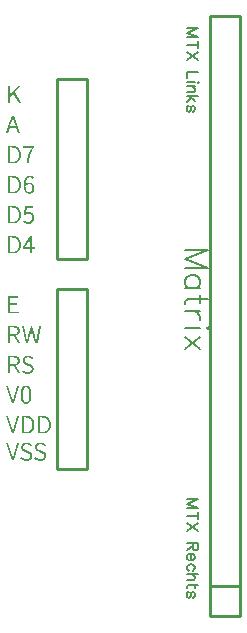
<source format=gto>
G04 Layer: TopSilkscreenLayer*
G04 EasyEDA v6.5.3, 2022-05-11 10:11:48*
G04 0613da1d9abe436da45d8866ec44bb36,be635ba5e1a24524a6f9dddda72dafc0,10*
G04 Gerber Generator version 0.2*
G04 Scale: 100 percent, Rotated: No, Reflected: No *
G04 Dimensions in millimeters *
G04 leading zeros omitted , absolute positions ,4 integer and 5 decimal *
%FSLAX45Y45*%
%MOMM*%

%ADD10C,0.2540*%
%ADD18C,0.2032*%

%LPD*%
G36*
X-84202778Y62305184D02*
G01*
X-84209229Y62304828D01*
X-84215376Y62303863D01*
X-84221116Y62302288D01*
X-84226450Y62300154D01*
X-84231327Y62297411D01*
X-84235645Y62294211D01*
X-84239506Y62290553D01*
X-84242706Y62286438D01*
X-84245297Y62281917D01*
X-84247177Y62277040D01*
X-84248345Y62271859D01*
X-84248752Y62266322D01*
X-84248040Y62258752D01*
X-84245958Y62252148D01*
X-84242808Y62246459D01*
X-84238795Y62241582D01*
X-84234121Y62237416D01*
X-84229041Y62233911D01*
X-84223758Y62230965D01*
X-84218526Y62228476D01*
X-84191754Y62216741D01*
X-84186979Y62214353D01*
X-84182661Y62211813D01*
X-84178902Y62208968D01*
X-84175803Y62205666D01*
X-84173517Y62201805D01*
X-84172044Y62197183D01*
X-84171536Y62191646D01*
X-84172094Y62186159D01*
X-84173822Y62181231D01*
X-84176565Y62176812D01*
X-84180273Y62173104D01*
X-84184998Y62170106D01*
X-84190586Y62167871D01*
X-84197037Y62166449D01*
X-84204302Y62165992D01*
X-84210144Y62166347D01*
X-84215935Y62167312D01*
X-84221523Y62168938D01*
X-84226958Y62171122D01*
X-84232140Y62173815D01*
X-84237068Y62177015D01*
X-84241690Y62180724D01*
X-84245958Y62184788D01*
X-84256118Y62173357D01*
X-84251038Y62168481D01*
X-84245551Y62164112D01*
X-84239658Y62160353D01*
X-84233359Y62157152D01*
X-84226704Y62154612D01*
X-84219694Y62152784D01*
X-84212277Y62151666D01*
X-84204556Y62151260D01*
X-84197139Y62151615D01*
X-84190179Y62152733D01*
X-84183778Y62154460D01*
X-84177936Y62156848D01*
X-84172653Y62159845D01*
X-84168030Y62163350D01*
X-84164017Y62167312D01*
X-84160664Y62171732D01*
X-84158023Y62176558D01*
X-84156092Y62181740D01*
X-84154924Y62187175D01*
X-84154518Y62192916D01*
X-84155127Y62200637D01*
X-84156905Y62207394D01*
X-84159750Y62213236D01*
X-84163509Y62218265D01*
X-84168030Y62222583D01*
X-84173263Y62226342D01*
X-84179054Y62229644D01*
X-84185252Y62232540D01*
X-84211210Y62243614D01*
X-84219745Y62248084D01*
X-84223555Y62250828D01*
X-84226857Y62254028D01*
X-84229448Y62257838D01*
X-84231124Y62262308D01*
X-84231734Y62267592D01*
X-84231175Y62272570D01*
X-84229651Y62277040D01*
X-84227111Y62280952D01*
X-84223707Y62284254D01*
X-84219542Y62286896D01*
X-84214563Y62288826D01*
X-84208975Y62290045D01*
X-84202778Y62290452D01*
X-84197596Y62290198D01*
X-84192719Y62289436D01*
X-84188096Y62288216D01*
X-84183728Y62286591D01*
X-84179613Y62284508D01*
X-84175701Y62282070D01*
X-84171993Y62279326D01*
X-84168488Y62276228D01*
X-84159598Y62286896D01*
X-84163662Y62290756D01*
X-84168132Y62294262D01*
X-84173060Y62297360D01*
X-84178343Y62300053D01*
X-84183982Y62302186D01*
X-84189976Y62303812D01*
X-84196224Y62304828D01*
G37*
G36*
X-84085684Y62305184D02*
G01*
X-84092135Y62304828D01*
X-84098231Y62303863D01*
X-84103972Y62302288D01*
X-84109255Y62300154D01*
X-84114132Y62297411D01*
X-84118450Y62294211D01*
X-84122209Y62290553D01*
X-84125409Y62286438D01*
X-84127949Y62281917D01*
X-84129829Y62277040D01*
X-84130997Y62271859D01*
X-84131404Y62266322D01*
X-84130692Y62258752D01*
X-84128660Y62252148D01*
X-84125511Y62246459D01*
X-84121548Y62241582D01*
X-84116875Y62237416D01*
X-84111795Y62233911D01*
X-84106512Y62230965D01*
X-84079588Y62219078D01*
X-84069631Y62214353D01*
X-84065313Y62211813D01*
X-84061554Y62208968D01*
X-84058455Y62205666D01*
X-84056169Y62201805D01*
X-84054696Y62197183D01*
X-84054188Y62191646D01*
X-84054746Y62186159D01*
X-84056474Y62181231D01*
X-84059217Y62176812D01*
X-84062925Y62173104D01*
X-84067650Y62170106D01*
X-84073238Y62167871D01*
X-84079689Y62166449D01*
X-84086954Y62165992D01*
X-84092897Y62166347D01*
X-84098688Y62167312D01*
X-84104378Y62168938D01*
X-84109763Y62171122D01*
X-84114944Y62173815D01*
X-84119872Y62177015D01*
X-84124393Y62180724D01*
X-84128610Y62184788D01*
X-84138770Y62173357D01*
X-84133791Y62168481D01*
X-84128305Y62164112D01*
X-84122412Y62160353D01*
X-84116113Y62157152D01*
X-84109458Y62154612D01*
X-84102397Y62152784D01*
X-84094980Y62151666D01*
X-84087208Y62151260D01*
X-84079791Y62151615D01*
X-84072831Y62152733D01*
X-84066430Y62154460D01*
X-84060588Y62156848D01*
X-84055305Y62159845D01*
X-84050682Y62163350D01*
X-84046669Y62167312D01*
X-84043316Y62171732D01*
X-84040675Y62176558D01*
X-84038744Y62181740D01*
X-84037576Y62187175D01*
X-84037170Y62192916D01*
X-84037779Y62200637D01*
X-84039608Y62207394D01*
X-84042504Y62213236D01*
X-84046263Y62218265D01*
X-84050886Y62222583D01*
X-84056118Y62226342D01*
X-84061960Y62229644D01*
X-84068158Y62232540D01*
X-84094015Y62243614D01*
X-84098333Y62245748D01*
X-84102448Y62248084D01*
X-84106258Y62250828D01*
X-84109560Y62254028D01*
X-84112100Y62257838D01*
X-84113776Y62262308D01*
X-84114386Y62267592D01*
X-84113878Y62272570D01*
X-84112354Y62277040D01*
X-84109864Y62280952D01*
X-84106512Y62284254D01*
X-84102346Y62286896D01*
X-84097469Y62288826D01*
X-84091881Y62290045D01*
X-84085684Y62290452D01*
X-84080502Y62290198D01*
X-84075574Y62289436D01*
X-84070901Y62288216D01*
X-84066481Y62286591D01*
X-84062316Y62284508D01*
X-84058404Y62282070D01*
X-84054645Y62279326D01*
X-84051140Y62276228D01*
X-84042250Y62286896D01*
X-84046314Y62290756D01*
X-84050784Y62294262D01*
X-84055712Y62297360D01*
X-84060995Y62300053D01*
X-84066684Y62302186D01*
X-84072730Y62303812D01*
X-84079080Y62304828D01*
G37*
G36*
X-84378292Y62302644D02*
G01*
X-84330540Y62153800D01*
X-84311236Y62153800D01*
X-84263738Y62302644D01*
X-84280756Y62302644D01*
X-84318297Y62177726D01*
X-84320380Y62171326D01*
X-84321142Y62171326D01*
X-84328558Y62195811D01*
X-84335620Y62220348D01*
X-84360766Y62302644D01*
G37*
G36*
X-84378292Y62531244D02*
G01*
X-84330540Y62382400D01*
X-84311236Y62382400D01*
X-84263738Y62531244D01*
X-84280756Y62531244D01*
X-84318297Y62406326D01*
X-84320380Y62399926D01*
X-84321142Y62399926D01*
X-84328558Y62424411D01*
X-84335620Y62448948D01*
X-84360766Y62531244D01*
G37*
G36*
X-84242910Y62531244D02*
G01*
X-84242910Y62517274D01*
X-84207604Y62517274D01*
X-84201050Y62517020D01*
X-84194954Y62516257D01*
X-84189265Y62514988D01*
X-84184032Y62513260D01*
X-84179206Y62511025D01*
X-84174787Y62508333D01*
X-84170824Y62505183D01*
X-84167268Y62501576D01*
X-84164170Y62497512D01*
X-84161477Y62493042D01*
X-84159191Y62488114D01*
X-84157312Y62482780D01*
X-84155889Y62476989D01*
X-84154822Y62470842D01*
X-84154213Y62464289D01*
X-84154010Y62457329D01*
X-84154213Y62450421D01*
X-84154822Y62443817D01*
X-84155889Y62437619D01*
X-84157312Y62431777D01*
X-84159191Y62426342D01*
X-84161477Y62421312D01*
X-84164170Y62416690D01*
X-84167268Y62412524D01*
X-84170824Y62408765D01*
X-84174787Y62405514D01*
X-84179206Y62402669D01*
X-84184032Y62400383D01*
X-84189265Y62398503D01*
X-84194954Y62397182D01*
X-84201050Y62396370D01*
X-84207604Y62396116D01*
X-84225892Y62396116D01*
X-84225892Y62517274D01*
X-84242910Y62517274D01*
X-84242910Y62382400D01*
X-84205572Y62382400D01*
X-84198968Y62382603D01*
X-84192719Y62383212D01*
X-84186776Y62384279D01*
X-84181137Y62385702D01*
X-84175854Y62387530D01*
X-84170875Y62389766D01*
X-84166252Y62392356D01*
X-84161934Y62395303D01*
X-84157921Y62398655D01*
X-84154314Y62402364D01*
X-84151012Y62406377D01*
X-84148015Y62410746D01*
X-84145374Y62415470D01*
X-84143088Y62420550D01*
X-84141157Y62425884D01*
X-84139582Y62431574D01*
X-84138363Y62437568D01*
X-84137449Y62443868D01*
X-84136941Y62450472D01*
X-84136738Y62457329D01*
X-84136941Y62464188D01*
X-84137449Y62470741D01*
X-84138363Y62477040D01*
X-84139582Y62482984D01*
X-84141157Y62488572D01*
X-84143138Y62493905D01*
X-84145424Y62498884D01*
X-84148066Y62503557D01*
X-84151063Y62507825D01*
X-84154365Y62511838D01*
X-84158074Y62515445D01*
X-84162087Y62518696D01*
X-84166456Y62521592D01*
X-84171129Y62524131D01*
X-84176158Y62526265D01*
X-84181543Y62528043D01*
X-84187233Y62529415D01*
X-84193278Y62530431D01*
X-84199628Y62531040D01*
X-84206334Y62531244D01*
G37*
G36*
X-84103972Y62531244D02*
G01*
X-84103972Y62517274D01*
X-84068920Y62517274D01*
X-84062366Y62517020D01*
X-84056270Y62516257D01*
X-84050581Y62514988D01*
X-84045348Y62513260D01*
X-84040522Y62511025D01*
X-84036103Y62508333D01*
X-84032140Y62505183D01*
X-84028584Y62501576D01*
X-84025486Y62497512D01*
X-84022793Y62493042D01*
X-84020507Y62488114D01*
X-84018628Y62482780D01*
X-84017205Y62476989D01*
X-84016138Y62470842D01*
X-84015529Y62464289D01*
X-84015326Y62457329D01*
X-84015529Y62450421D01*
X-84016138Y62443817D01*
X-84017205Y62437619D01*
X-84018628Y62431777D01*
X-84020507Y62426342D01*
X-84022793Y62421312D01*
X-84025486Y62416690D01*
X-84028584Y62412524D01*
X-84032140Y62408765D01*
X-84036103Y62405514D01*
X-84040522Y62402669D01*
X-84045348Y62400383D01*
X-84050581Y62398503D01*
X-84056270Y62397182D01*
X-84062366Y62396370D01*
X-84068920Y62396116D01*
X-84087208Y62396116D01*
X-84087208Y62517274D01*
X-84103972Y62517274D01*
X-84103972Y62382400D01*
X-84066888Y62382400D01*
X-84060284Y62382603D01*
X-84053984Y62383212D01*
X-84047990Y62384279D01*
X-84042351Y62385702D01*
X-84037068Y62387530D01*
X-84032090Y62389766D01*
X-84027416Y62392356D01*
X-84023149Y62395303D01*
X-84019136Y62398655D01*
X-84015529Y62402364D01*
X-84012227Y62406377D01*
X-84009280Y62410746D01*
X-84006639Y62415470D01*
X-84004353Y62420550D01*
X-84002473Y62425884D01*
X-84000848Y62431574D01*
X-83999628Y62437568D01*
X-83998765Y62443868D01*
X-83998206Y62450472D01*
X-83998054Y62457329D01*
X-83998206Y62464188D01*
X-83998765Y62470741D01*
X-83999628Y62477040D01*
X-84000898Y62482984D01*
X-84002473Y62488572D01*
X-84004404Y62493905D01*
X-84006690Y62498884D01*
X-84009280Y62503557D01*
X-84012278Y62507825D01*
X-84015580Y62511838D01*
X-84019237Y62515445D01*
X-84023250Y62518696D01*
X-84027568Y62521592D01*
X-84032242Y62524131D01*
X-84037271Y62526265D01*
X-84042605Y62528043D01*
X-84048295Y62529415D01*
X-84054340Y62530431D01*
X-84060690Y62531040D01*
X-84067396Y62531244D01*
G37*
G36*
X-84207604Y62787784D02*
G01*
X-84212785Y62787479D01*
X-84217662Y62786615D01*
X-84222285Y62785142D01*
X-84226654Y62783110D01*
X-84230718Y62780418D01*
X-84234477Y62777166D01*
X-84237931Y62773356D01*
X-84241030Y62768886D01*
X-84243824Y62763857D01*
X-84246313Y62758167D01*
X-84248396Y62751919D01*
X-84250123Y62745010D01*
X-84251546Y62737542D01*
X-84252511Y62729414D01*
X-84253120Y62720677D01*
X-84253324Y62711329D01*
X-84237322Y62711329D01*
X-84237068Y62721693D01*
X-84236356Y62731091D01*
X-84235188Y62739473D01*
X-84233562Y62746940D01*
X-84231530Y62753494D01*
X-84229143Y62759132D01*
X-84226349Y62763806D01*
X-84223199Y62767667D01*
X-84219745Y62770562D01*
X-84215986Y62772696D01*
X-84211922Y62773915D01*
X-84207604Y62774322D01*
X-84203387Y62773915D01*
X-84199425Y62772696D01*
X-84195767Y62770562D01*
X-84192364Y62767667D01*
X-84189265Y62763806D01*
X-84186522Y62759132D01*
X-84184134Y62753494D01*
X-84182153Y62746940D01*
X-84180527Y62739473D01*
X-84179359Y62731091D01*
X-84178648Y62721693D01*
X-84178394Y62711329D01*
X-84178648Y62700763D01*
X-84179359Y62691213D01*
X-84180527Y62682628D01*
X-84182153Y62675007D01*
X-84184134Y62668353D01*
X-84186522Y62662612D01*
X-84189265Y62657837D01*
X-84192364Y62653926D01*
X-84195767Y62650878D01*
X-84199425Y62648744D01*
X-84203387Y62647474D01*
X-84207604Y62647068D01*
X-84211922Y62647474D01*
X-84215986Y62648744D01*
X-84219745Y62650878D01*
X-84223199Y62653926D01*
X-84226349Y62657837D01*
X-84229143Y62662612D01*
X-84231530Y62668353D01*
X-84233562Y62675007D01*
X-84235188Y62682628D01*
X-84236356Y62691213D01*
X-84237068Y62700763D01*
X-84237322Y62711329D01*
X-84253324Y62711329D01*
X-84253120Y62701881D01*
X-84252511Y62693042D01*
X-84251546Y62684863D01*
X-84250123Y62677243D01*
X-84248396Y62670283D01*
X-84246313Y62663933D01*
X-84243824Y62658193D01*
X-84241030Y62653062D01*
X-84237931Y62648541D01*
X-84234477Y62644629D01*
X-84230718Y62641327D01*
X-84226654Y62638635D01*
X-84222285Y62636552D01*
X-84217662Y62635028D01*
X-84212785Y62634164D01*
X-84207604Y62633860D01*
X-84202524Y62634164D01*
X-84197698Y62635028D01*
X-84193126Y62636552D01*
X-84188858Y62638635D01*
X-84184845Y62641327D01*
X-84181137Y62644629D01*
X-84177733Y62648541D01*
X-84174634Y62653062D01*
X-84171840Y62658193D01*
X-84169402Y62663933D01*
X-84167319Y62670283D01*
X-84165541Y62677243D01*
X-84164170Y62684863D01*
X-84163204Y62693042D01*
X-84162595Y62701881D01*
X-84162392Y62711329D01*
X-84162595Y62720677D01*
X-84163204Y62729414D01*
X-84164170Y62737542D01*
X-84165541Y62745010D01*
X-84167319Y62751919D01*
X-84169402Y62758167D01*
X-84171840Y62763857D01*
X-84174634Y62768886D01*
X-84177733Y62773356D01*
X-84181137Y62777166D01*
X-84184845Y62780418D01*
X-84188858Y62783110D01*
X-84193126Y62785142D01*
X-84197698Y62786615D01*
X-84202524Y62787479D01*
G37*
G36*
X-84378292Y62785244D02*
G01*
X-84330540Y62636400D01*
X-84311236Y62636400D01*
X-84263738Y62785244D01*
X-84280756Y62785244D01*
X-84318297Y62660326D01*
X-84320380Y62653926D01*
X-84321142Y62653926D01*
X-84328558Y62678411D01*
X-84335620Y62702948D01*
X-84360766Y62785244D01*
G37*
G36*
X-84191348Y63041784D02*
G01*
X-84197799Y63041428D01*
X-84203946Y63040463D01*
X-84209686Y63038888D01*
X-84215020Y63036754D01*
X-84219897Y63034011D01*
X-84224215Y63030811D01*
X-84228076Y63027153D01*
X-84231276Y63023038D01*
X-84233867Y63018517D01*
X-84235747Y63013640D01*
X-84236915Y63008459D01*
X-84237322Y63002922D01*
X-84236610Y62995352D01*
X-84234528Y62988748D01*
X-84231378Y62983059D01*
X-84227365Y62978182D01*
X-84222691Y62974016D01*
X-84217611Y62970511D01*
X-84212328Y62967565D01*
X-84207096Y62965076D01*
X-84180324Y62953341D01*
X-84175549Y62950953D01*
X-84171231Y62948413D01*
X-84167472Y62945568D01*
X-84164373Y62942266D01*
X-84162087Y62938405D01*
X-84160614Y62933783D01*
X-84160106Y62928246D01*
X-84160664Y62922759D01*
X-84162392Y62917831D01*
X-84165135Y62913412D01*
X-84168843Y62909704D01*
X-84173568Y62906706D01*
X-84179156Y62904471D01*
X-84185607Y62903049D01*
X-84192872Y62902592D01*
X-84198764Y62902947D01*
X-84204505Y62903912D01*
X-84210144Y62905538D01*
X-84215579Y62907722D01*
X-84220812Y62910415D01*
X-84225739Y62913615D01*
X-84230311Y62917324D01*
X-84234528Y62921388D01*
X-84244688Y62909957D01*
X-84239709Y62905081D01*
X-84234223Y62900712D01*
X-84228330Y62896953D01*
X-84222031Y62893752D01*
X-84215376Y62891212D01*
X-84208315Y62889384D01*
X-84200898Y62888266D01*
X-84193126Y62887860D01*
X-84185709Y62888215D01*
X-84178749Y62889333D01*
X-84172348Y62891060D01*
X-84166506Y62893448D01*
X-84161223Y62896445D01*
X-84156600Y62899950D01*
X-84152587Y62903912D01*
X-84149234Y62908332D01*
X-84146593Y62913158D01*
X-84144662Y62918340D01*
X-84143494Y62923775D01*
X-84143088Y62929516D01*
X-84143697Y62937237D01*
X-84145475Y62943994D01*
X-84148320Y62949836D01*
X-84152079Y62954865D01*
X-84156702Y62959183D01*
X-84161934Y62962942D01*
X-84167776Y62966244D01*
X-84174076Y62969140D01*
X-84199780Y62980214D01*
X-84208315Y62984684D01*
X-84212125Y62987428D01*
X-84215427Y62990628D01*
X-84218018Y62994438D01*
X-84219694Y62998908D01*
X-84220304Y63004192D01*
X-84219745Y63009170D01*
X-84218221Y63013640D01*
X-84215681Y63017552D01*
X-84212277Y63020854D01*
X-84208112Y63023496D01*
X-84203133Y63025426D01*
X-84197545Y63026645D01*
X-84191348Y63027052D01*
X-84186166Y63026798D01*
X-84181289Y63026036D01*
X-84176666Y63024816D01*
X-84172298Y63023191D01*
X-84168183Y63021108D01*
X-84164271Y63018670D01*
X-84160563Y63015926D01*
X-84157058Y63012828D01*
X-84148168Y63023496D01*
X-84152232Y63027356D01*
X-84156702Y63030862D01*
X-84161630Y63033960D01*
X-84166913Y63036653D01*
X-84172552Y63038786D01*
X-84178546Y63040412D01*
X-84184794Y63041428D01*
G37*
G36*
X-84357972Y63039244D02*
G01*
X-84357972Y63025528D01*
X-84315300Y63025528D01*
X-84306765Y63025172D01*
X-84299298Y63024054D01*
X-84292897Y63022124D01*
X-84287563Y63019330D01*
X-84283397Y63015520D01*
X-84280400Y63010745D01*
X-84278571Y63004852D01*
X-84277962Y62997842D01*
X-84278571Y62990882D01*
X-84280400Y62984888D01*
X-84283397Y62979807D01*
X-84287563Y62975693D01*
X-84292897Y62972492D01*
X-84299298Y62970206D01*
X-84306765Y62968835D01*
X-84315300Y62968378D01*
X-84341208Y62968378D01*
X-84341208Y63025528D01*
X-84357972Y63025528D01*
X-84357972Y62890400D01*
X-84341208Y62890400D01*
X-84341208Y62954662D01*
X-84313268Y62954662D01*
X-84276184Y62890400D01*
X-84257388Y62890400D01*
X-84295742Y62956186D01*
X-84290611Y62957557D01*
X-84285886Y62959335D01*
X-84281467Y62961469D01*
X-84277403Y62963958D01*
X-84273796Y62966803D01*
X-84270545Y62970054D01*
X-84267802Y62973712D01*
X-84265465Y62977725D01*
X-84263636Y62982144D01*
X-84262315Y62986970D01*
X-84261452Y62992203D01*
X-84261198Y62997842D01*
X-84261655Y63005055D01*
X-84262874Y63011507D01*
X-84264957Y63017146D01*
X-84267802Y63022124D01*
X-84271307Y63026391D01*
X-84275523Y63029998D01*
X-84280349Y63032944D01*
X-84285785Y63035281D01*
X-84291728Y63037059D01*
X-84298231Y63038278D01*
X-84305140Y63038990D01*
X-84312506Y63039244D01*
G37*
G36*
X-84357972Y63293244D02*
G01*
X-84357972Y63279528D01*
X-84315300Y63279528D01*
X-84306765Y63279172D01*
X-84299298Y63278054D01*
X-84292897Y63276124D01*
X-84287563Y63273330D01*
X-84283397Y63269520D01*
X-84280400Y63264745D01*
X-84278571Y63258852D01*
X-84277962Y63251842D01*
X-84278571Y63244882D01*
X-84280400Y63238888D01*
X-84283397Y63233807D01*
X-84287563Y63229693D01*
X-84292897Y63226492D01*
X-84299298Y63224206D01*
X-84306765Y63222835D01*
X-84315300Y63222378D01*
X-84341208Y63222378D01*
X-84341208Y63279528D01*
X-84357972Y63279528D01*
X-84357972Y63144400D01*
X-84341208Y63144400D01*
X-84341208Y63208662D01*
X-84313268Y63208662D01*
X-84276184Y63144400D01*
X-84257388Y63144400D01*
X-84295742Y63210186D01*
X-84290611Y63211557D01*
X-84285886Y63213335D01*
X-84281467Y63215469D01*
X-84277403Y63217958D01*
X-84273796Y63220803D01*
X-84270545Y63224054D01*
X-84267802Y63227712D01*
X-84265465Y63231725D01*
X-84263636Y63236144D01*
X-84262315Y63240970D01*
X-84261452Y63246203D01*
X-84261198Y63251842D01*
X-84261655Y63259055D01*
X-84262874Y63265507D01*
X-84264957Y63271146D01*
X-84267802Y63276124D01*
X-84271307Y63280391D01*
X-84275523Y63283998D01*
X-84280349Y63286944D01*
X-84285785Y63289281D01*
X-84291728Y63291059D01*
X-84298231Y63292278D01*
X-84305140Y63292990D01*
X-84312506Y63293244D01*
G37*
G36*
X-84244180Y63293244D02*
G01*
X-84212176Y63144400D01*
X-84192364Y63144400D01*
X-84169250Y63237110D01*
X-84161630Y63270892D01*
X-84160868Y63270892D01*
X-84153502Y63237110D01*
X-84129626Y63144400D01*
X-84109814Y63144400D01*
X-84078572Y63293244D01*
X-84094574Y63293244D01*
X-84113319Y63198552D01*
X-84119720Y63162179D01*
X-84120736Y63162179D01*
X-84131658Y63210440D01*
X-84152994Y63293244D01*
X-84168742Y63293244D01*
X-84189824Y63210440D01*
X-84195259Y63186513D01*
X-84200492Y63162179D01*
X-84201508Y63162179D01*
X-84210652Y63210440D01*
X-84226908Y63293244D01*
G37*
G36*
X-84357972Y63547244D02*
G01*
X-84357972Y63398400D01*
X-84271104Y63398400D01*
X-84271104Y63412624D01*
X-84341208Y63412624D01*
X-84341208Y63469774D01*
X-84284058Y63469774D01*
X-84284058Y63483998D01*
X-84341208Y63483998D01*
X-84341208Y63533020D01*
X-84273390Y63533020D01*
X-84273390Y63547244D01*
G37*
G36*
X-84357972Y64055244D02*
G01*
X-84357972Y64041274D01*
X-84322920Y64041274D01*
X-84316366Y64041020D01*
X-84310270Y64040257D01*
X-84304581Y64038988D01*
X-84299348Y64037260D01*
X-84294522Y64035025D01*
X-84290103Y64032333D01*
X-84286140Y64029183D01*
X-84282584Y64025576D01*
X-84279486Y64021512D01*
X-84276793Y64017042D01*
X-84274507Y64012114D01*
X-84272628Y64006780D01*
X-84271205Y64000989D01*
X-84270138Y63994842D01*
X-84269529Y63988289D01*
X-84269326Y63981329D01*
X-84269529Y63974421D01*
X-84270138Y63967817D01*
X-84271205Y63961619D01*
X-84272628Y63955777D01*
X-84274507Y63950342D01*
X-84276793Y63945312D01*
X-84279486Y63940690D01*
X-84282584Y63936524D01*
X-84286140Y63932765D01*
X-84290103Y63929514D01*
X-84294522Y63926669D01*
X-84299348Y63924383D01*
X-84304581Y63922503D01*
X-84310270Y63921182D01*
X-84316366Y63920370D01*
X-84322920Y63920116D01*
X-84341208Y63920116D01*
X-84341208Y64041274D01*
X-84357972Y64041274D01*
X-84357972Y63906400D01*
X-84320888Y63906400D01*
X-84314284Y63906603D01*
X-84307984Y63907212D01*
X-84301990Y63908279D01*
X-84296351Y63909702D01*
X-84291068Y63911530D01*
X-84286090Y63913766D01*
X-84281416Y63916356D01*
X-84277149Y63919303D01*
X-84273136Y63922655D01*
X-84269529Y63926364D01*
X-84266227Y63930377D01*
X-84263280Y63934746D01*
X-84260639Y63939470D01*
X-84258353Y63944550D01*
X-84256473Y63949884D01*
X-84254848Y63955574D01*
X-84253628Y63961568D01*
X-84252765Y63967868D01*
X-84252206Y63974472D01*
X-84252054Y63981329D01*
X-84252206Y63988188D01*
X-84252765Y63994741D01*
X-84253628Y64001040D01*
X-84254898Y64006984D01*
X-84256473Y64012572D01*
X-84258404Y64017905D01*
X-84260690Y64022884D01*
X-84263280Y64027557D01*
X-84266278Y64031825D01*
X-84269580Y64035838D01*
X-84273237Y64039445D01*
X-84277250Y64042696D01*
X-84281568Y64045592D01*
X-84286242Y64048131D01*
X-84291271Y64050265D01*
X-84296605Y64052043D01*
X-84302295Y64053415D01*
X-84308340Y64054431D01*
X-84314690Y64055040D01*
X-84321396Y64055244D01*
G37*
G36*
X-84173060Y64055244D02*
G01*
X-84234560Y63961010D01*
X-84218526Y63961010D01*
X-84182458Y64014350D01*
X-84176412Y64025170D01*
X-84170774Y64035940D01*
X-84169758Y64035940D01*
X-84170570Y64022630D01*
X-84171028Y64009524D01*
X-84171028Y63961010D01*
X-84234560Y63961010D01*
X-84236052Y63958724D01*
X-84236052Y63947802D01*
X-84171028Y63947802D01*
X-84171028Y63906400D01*
X-84155280Y63906400D01*
X-84155280Y63947802D01*
X-84134960Y63947802D01*
X-84134960Y63961010D01*
X-84155280Y63961010D01*
X-84155280Y64055244D01*
G37*
G36*
X-84357972Y64309244D02*
G01*
X-84357972Y64295274D01*
X-84322920Y64295274D01*
X-84316366Y64295020D01*
X-84310270Y64294257D01*
X-84304581Y64292988D01*
X-84299348Y64291260D01*
X-84294522Y64289025D01*
X-84290103Y64286333D01*
X-84286140Y64283183D01*
X-84282584Y64279576D01*
X-84279486Y64275512D01*
X-84276793Y64271042D01*
X-84274507Y64266114D01*
X-84272628Y64260780D01*
X-84271205Y64254989D01*
X-84270138Y64248842D01*
X-84269529Y64242289D01*
X-84269326Y64235329D01*
X-84269529Y64228421D01*
X-84270138Y64221817D01*
X-84271205Y64215619D01*
X-84272628Y64209777D01*
X-84274507Y64204342D01*
X-84276793Y64199312D01*
X-84279486Y64194690D01*
X-84282584Y64190524D01*
X-84286140Y64186765D01*
X-84290103Y64183514D01*
X-84294522Y64180669D01*
X-84299348Y64178383D01*
X-84304581Y64176503D01*
X-84310270Y64175182D01*
X-84316366Y64174370D01*
X-84322920Y64174116D01*
X-84341208Y64174116D01*
X-84341208Y64295274D01*
X-84357972Y64295274D01*
X-84357972Y64160400D01*
X-84320888Y64160400D01*
X-84314284Y64160603D01*
X-84307984Y64161212D01*
X-84301990Y64162279D01*
X-84296351Y64163702D01*
X-84291068Y64165530D01*
X-84286090Y64167766D01*
X-84281416Y64170356D01*
X-84277149Y64173303D01*
X-84273136Y64176655D01*
X-84269529Y64180364D01*
X-84266227Y64184377D01*
X-84263280Y64188746D01*
X-84260639Y64193470D01*
X-84258353Y64198550D01*
X-84256473Y64203884D01*
X-84254848Y64209574D01*
X-84253628Y64215568D01*
X-84252765Y64221868D01*
X-84252206Y64228472D01*
X-84252054Y64235329D01*
X-84252206Y64242188D01*
X-84252765Y64248741D01*
X-84253628Y64255040D01*
X-84254898Y64260984D01*
X-84256473Y64266572D01*
X-84258404Y64271905D01*
X-84260690Y64276884D01*
X-84263280Y64281557D01*
X-84266278Y64285825D01*
X-84269580Y64289838D01*
X-84273237Y64293445D01*
X-84277250Y64296696D01*
X-84281568Y64299592D01*
X-84286242Y64302131D01*
X-84291271Y64304265D01*
X-84296605Y64306043D01*
X-84302295Y64307415D01*
X-84308340Y64308431D01*
X-84314690Y64309040D01*
X-84321396Y64309244D01*
G37*
G36*
X-84217764Y64309244D02*
G01*
X-84222336Y64240155D01*
X-84213192Y64234314D01*
X-84207045Y64238174D01*
X-84201203Y64240968D01*
X-84195056Y64242645D01*
X-84188046Y64243204D01*
X-84181137Y64242594D01*
X-84174888Y64240816D01*
X-84169453Y64237870D01*
X-84164779Y64233856D01*
X-84161071Y64228827D01*
X-84158328Y64222833D01*
X-84156600Y64215924D01*
X-84156042Y64208152D01*
X-84156702Y64200176D01*
X-84158683Y64193013D01*
X-84161731Y64186765D01*
X-84165744Y64181481D01*
X-84170621Y64177265D01*
X-84176209Y64174166D01*
X-84182305Y64172236D01*
X-84188808Y64171576D01*
X-84195158Y64171931D01*
X-84200949Y64172998D01*
X-84206130Y64174624D01*
X-84210855Y64176706D01*
X-84215173Y64179246D01*
X-84219084Y64182091D01*
X-84222640Y64185139D01*
X-84225892Y64188340D01*
X-84234274Y64177418D01*
X-84230362Y64173709D01*
X-84226044Y64170204D01*
X-84221218Y64166851D01*
X-84215833Y64163905D01*
X-84209788Y64161416D01*
X-84203082Y64159536D01*
X-84195615Y64158317D01*
X-84187284Y64157860D01*
X-84181238Y64158215D01*
X-84175295Y64159384D01*
X-84169554Y64161212D01*
X-84164068Y64163803D01*
X-84158937Y64167105D01*
X-84154264Y64171068D01*
X-84150098Y64175741D01*
X-84146491Y64181024D01*
X-84143545Y64187019D01*
X-84141360Y64193623D01*
X-84139989Y64200836D01*
X-84139532Y64208660D01*
X-84139938Y64216483D01*
X-84141106Y64223544D01*
X-84143037Y64229894D01*
X-84145577Y64235533D01*
X-84148777Y64240460D01*
X-84152536Y64244677D01*
X-84156804Y64248233D01*
X-84161528Y64251128D01*
X-84166659Y64253364D01*
X-84172145Y64254938D01*
X-84177936Y64255853D01*
X-84183982Y64256157D01*
X-84190586Y64255700D01*
X-84196478Y64254430D01*
X-84201914Y64252398D01*
X-84207096Y64249807D01*
X-84203032Y64295020D01*
X-84146644Y64295020D01*
X-84146644Y64309244D01*
G37*
G36*
X-84174076Y64565784D02*
G01*
X-84178343Y64565631D01*
X-84182508Y64565123D01*
X-84186623Y64564260D01*
X-84190636Y64563040D01*
X-84194548Y64561466D01*
X-84198358Y64559484D01*
X-84202016Y64557097D01*
X-84205521Y64554303D01*
X-84208823Y64551102D01*
X-84211922Y64547496D01*
X-84214817Y64543431D01*
X-84217510Y64538910D01*
X-84219897Y64533932D01*
X-84222082Y64528446D01*
X-84223961Y64522502D01*
X-84225485Y64516050D01*
X-84226755Y64509091D01*
X-84227670Y64501572D01*
X-84228228Y64493597D01*
X-84228432Y64485012D01*
X-84228019Y64474344D01*
X-84212430Y64474344D01*
X-84208569Y64479271D01*
X-84204556Y64483437D01*
X-84200492Y64486840D01*
X-84196428Y64489584D01*
X-84192414Y64491616D01*
X-84188503Y64493038D01*
X-84184744Y64493902D01*
X-84181188Y64494155D01*
X-84174431Y64493546D01*
X-84168640Y64491666D01*
X-84163763Y64488720D01*
X-84159852Y64484707D01*
X-84156804Y64479779D01*
X-84154670Y64473886D01*
X-84153400Y64467231D01*
X-84152994Y64459866D01*
X-84153502Y64452449D01*
X-84155026Y64445743D01*
X-84157362Y64439800D01*
X-84160563Y64434770D01*
X-84164424Y64430655D01*
X-84168843Y64427607D01*
X-84173822Y64425728D01*
X-84179156Y64425068D01*
X-84183931Y64425423D01*
X-84188350Y64426541D01*
X-84192414Y64428319D01*
X-84196123Y64430859D01*
X-84199476Y64434059D01*
X-84202473Y64437920D01*
X-84205064Y64442390D01*
X-84207299Y64447572D01*
X-84209178Y64453363D01*
X-84210652Y64459764D01*
X-84211718Y64466774D01*
X-84212430Y64474344D01*
X-84228019Y64474344D01*
X-84227466Y64467943D01*
X-84226349Y64460221D01*
X-84224774Y64453109D01*
X-84222793Y64446556D01*
X-84220405Y64440562D01*
X-84217662Y64435126D01*
X-84214563Y64430249D01*
X-84211109Y64425931D01*
X-84207350Y64422223D01*
X-84203286Y64419073D01*
X-84198968Y64416482D01*
X-84194345Y64414450D01*
X-84189519Y64413028D01*
X-84184439Y64412164D01*
X-84179156Y64411860D01*
X-84173618Y64412266D01*
X-84168284Y64413434D01*
X-84163204Y64415314D01*
X-84158429Y64417905D01*
X-84153959Y64421207D01*
X-84149946Y64425118D01*
X-84146390Y64429589D01*
X-84143342Y64434669D01*
X-84140852Y64440257D01*
X-84139024Y64446353D01*
X-84137906Y64452906D01*
X-84137500Y64459866D01*
X-84137804Y64467282D01*
X-84138770Y64474090D01*
X-84140344Y64480186D01*
X-84142529Y64485672D01*
X-84145221Y64490549D01*
X-84148523Y64494714D01*
X-84152333Y64498270D01*
X-84156600Y64501166D01*
X-84161376Y64503452D01*
X-84166608Y64505078D01*
X-84172298Y64506043D01*
X-84178394Y64506348D01*
X-84182915Y64506043D01*
X-84187487Y64505078D01*
X-84192059Y64503604D01*
X-84196580Y64501522D01*
X-84200949Y64498931D01*
X-84205165Y64495832D01*
X-84209077Y64492276D01*
X-84212684Y64488314D01*
X-84212328Y64496848D01*
X-84211617Y64504671D01*
X-84210550Y64511834D01*
X-84209178Y64518336D01*
X-84207451Y64524128D01*
X-84205470Y64529360D01*
X-84203184Y64533983D01*
X-84200593Y64537996D01*
X-84197850Y64541501D01*
X-84194853Y64544397D01*
X-84191652Y64546835D01*
X-84188249Y64548766D01*
X-84184693Y64550239D01*
X-84181035Y64551255D01*
X-84177225Y64551864D01*
X-84173314Y64552068D01*
X-84166710Y64551305D01*
X-84160309Y64549020D01*
X-84154467Y64545413D01*
X-84149438Y64540638D01*
X-84140040Y64551052D01*
X-84143189Y64554100D01*
X-84146644Y64556894D01*
X-84150352Y64559383D01*
X-84154365Y64561567D01*
X-84158734Y64563345D01*
X-84163458Y64564666D01*
X-84168589Y64565479D01*
G37*
G36*
X-84357972Y64563244D02*
G01*
X-84357972Y64549274D01*
X-84322920Y64549274D01*
X-84316366Y64549020D01*
X-84310270Y64548257D01*
X-84304581Y64546988D01*
X-84299348Y64545260D01*
X-84294522Y64543025D01*
X-84290103Y64540333D01*
X-84286140Y64537183D01*
X-84282584Y64533576D01*
X-84279486Y64529512D01*
X-84276793Y64525042D01*
X-84274507Y64520114D01*
X-84272628Y64514780D01*
X-84271205Y64508989D01*
X-84270138Y64502842D01*
X-84269529Y64496289D01*
X-84269326Y64489329D01*
X-84269529Y64482421D01*
X-84270138Y64475817D01*
X-84271205Y64469619D01*
X-84272628Y64463777D01*
X-84274507Y64458342D01*
X-84276793Y64453312D01*
X-84279486Y64448690D01*
X-84282584Y64444524D01*
X-84286140Y64440765D01*
X-84290103Y64437514D01*
X-84294522Y64434669D01*
X-84299348Y64432383D01*
X-84304581Y64430503D01*
X-84310270Y64429182D01*
X-84316366Y64428370D01*
X-84322920Y64428116D01*
X-84341208Y64428116D01*
X-84341208Y64549274D01*
X-84357972Y64549274D01*
X-84357972Y64414400D01*
X-84320888Y64414400D01*
X-84314284Y64414603D01*
X-84307984Y64415212D01*
X-84301990Y64416279D01*
X-84296351Y64417702D01*
X-84291068Y64419530D01*
X-84286090Y64421766D01*
X-84281416Y64424356D01*
X-84277149Y64427303D01*
X-84273136Y64430655D01*
X-84269529Y64434364D01*
X-84266227Y64438377D01*
X-84263280Y64442746D01*
X-84260639Y64447470D01*
X-84258353Y64452550D01*
X-84256473Y64457884D01*
X-84254848Y64463574D01*
X-84253628Y64469568D01*
X-84252765Y64475868D01*
X-84252206Y64482472D01*
X-84252054Y64489329D01*
X-84252206Y64496188D01*
X-84252765Y64502741D01*
X-84253628Y64509040D01*
X-84254898Y64514984D01*
X-84256473Y64520572D01*
X-84258404Y64525905D01*
X-84260690Y64530884D01*
X-84263280Y64535557D01*
X-84266278Y64539825D01*
X-84269580Y64543838D01*
X-84273237Y64547445D01*
X-84277250Y64550696D01*
X-84281568Y64553592D01*
X-84286242Y64556131D01*
X-84291271Y64558265D01*
X-84296605Y64560043D01*
X-84302295Y64561415D01*
X-84308340Y64562431D01*
X-84314690Y64563040D01*
X-84321396Y64563244D01*
G37*
G36*
X-84357972Y64817244D02*
G01*
X-84357972Y64803274D01*
X-84322920Y64803274D01*
X-84316366Y64803020D01*
X-84310270Y64802257D01*
X-84304581Y64800988D01*
X-84299348Y64799260D01*
X-84294522Y64797025D01*
X-84290103Y64794333D01*
X-84286140Y64791183D01*
X-84282584Y64787576D01*
X-84279486Y64783512D01*
X-84276793Y64779042D01*
X-84274507Y64774114D01*
X-84272628Y64768780D01*
X-84271205Y64762989D01*
X-84270138Y64756842D01*
X-84269529Y64750289D01*
X-84269326Y64743329D01*
X-84269529Y64736421D01*
X-84270138Y64729817D01*
X-84271205Y64723619D01*
X-84272628Y64717777D01*
X-84274507Y64712342D01*
X-84276793Y64707312D01*
X-84279486Y64702690D01*
X-84282584Y64698524D01*
X-84286140Y64694765D01*
X-84290103Y64691514D01*
X-84294522Y64688669D01*
X-84299348Y64686383D01*
X-84304581Y64684503D01*
X-84310270Y64683182D01*
X-84316366Y64682370D01*
X-84322920Y64682116D01*
X-84341208Y64682116D01*
X-84341208Y64803274D01*
X-84357972Y64803274D01*
X-84357972Y64668400D01*
X-84320888Y64668400D01*
X-84314284Y64668603D01*
X-84307984Y64669212D01*
X-84301990Y64670279D01*
X-84296351Y64671702D01*
X-84291068Y64673530D01*
X-84286090Y64675766D01*
X-84281416Y64678356D01*
X-84277149Y64681303D01*
X-84273136Y64684655D01*
X-84269529Y64688364D01*
X-84266227Y64692377D01*
X-84263280Y64696746D01*
X-84260639Y64701470D01*
X-84258353Y64706550D01*
X-84256473Y64711884D01*
X-84254848Y64717574D01*
X-84253628Y64723568D01*
X-84252765Y64729868D01*
X-84252206Y64736472D01*
X-84252054Y64743329D01*
X-84252206Y64750188D01*
X-84252765Y64756741D01*
X-84253628Y64763040D01*
X-84254898Y64768984D01*
X-84256473Y64774572D01*
X-84258404Y64779905D01*
X-84260690Y64784884D01*
X-84263280Y64789557D01*
X-84266278Y64793825D01*
X-84269580Y64797838D01*
X-84273237Y64801445D01*
X-84277250Y64804696D01*
X-84281568Y64807592D01*
X-84286242Y64810131D01*
X-84291271Y64812265D01*
X-84296605Y64814043D01*
X-84302295Y64815415D01*
X-84308340Y64816431D01*
X-84314690Y64817040D01*
X-84321396Y64817244D01*
G37*
G36*
X-84229956Y64817244D02*
G01*
X-84229956Y64803020D01*
X-84157058Y64803020D01*
X-84163966Y64792910D01*
X-84170164Y64782903D01*
X-84175650Y64772895D01*
X-84180476Y64762837D01*
X-84184642Y64752524D01*
X-84188249Y64742009D01*
X-84191297Y64731087D01*
X-84193837Y64719758D01*
X-84195869Y64707922D01*
X-84197494Y64695476D01*
X-84198663Y64682319D01*
X-84199476Y64668400D01*
X-84182204Y64668400D01*
X-84181492Y64682471D01*
X-84180476Y64695730D01*
X-84179156Y64708278D01*
X-84177428Y64720216D01*
X-84175142Y64731646D01*
X-84172298Y64742720D01*
X-84168792Y64753490D01*
X-84164474Y64764056D01*
X-84159344Y64774622D01*
X-84153298Y64785240D01*
X-84146186Y64796009D01*
X-84138008Y64807084D01*
X-84138008Y64817244D01*
G37*
G36*
X-84326984Y65071244D02*
G01*
X-84357238Y64982598D01*
X-84341462Y64982598D01*
X-84331606Y65012976D01*
X-84318348Y65057020D01*
X-84317586Y65057020D01*
X-84306257Y65019224D01*
X-84302092Y65006728D01*
X-84294472Y64982598D01*
X-84357238Y64982598D01*
X-84377784Y64922400D01*
X-84361020Y64922400D01*
X-84345780Y64969390D01*
X-84290154Y64969390D01*
X-84275422Y64922400D01*
X-84257388Y64922400D01*
X-84308442Y65071244D01*
G37*
G36*
X-84357972Y65325244D02*
G01*
X-84357972Y65176400D01*
X-84341208Y65176400D01*
X-84341208Y65224405D01*
X-84314538Y65255902D01*
X-84268818Y65176400D01*
X-84250276Y65176400D01*
X-84303870Y65268855D01*
X-84257134Y65325244D01*
X-84276438Y65325244D01*
X-84340700Y65248536D01*
X-84341208Y65248536D01*
X-84341208Y65325244D01*
G37*
D18*
X-82748628Y61823600D02*
G01*
X-82845656Y61823600D01*
X-82748628Y61823600D02*
G01*
X-82845656Y61786770D01*
X-82748628Y61749686D02*
G01*
X-82845656Y61786770D01*
X-82748628Y61749686D02*
G01*
X-82845656Y61749686D01*
X-82748628Y61686948D02*
G01*
X-82845656Y61686948D01*
X-82748628Y61719205D02*
G01*
X-82748628Y61654690D01*
X-82748628Y61624210D02*
G01*
X-82845656Y61559440D01*
X-82748628Y61559440D02*
G01*
X-82845656Y61624210D01*
X-82748628Y61457840D02*
G01*
X-82845656Y61457840D01*
X-82748628Y61457840D02*
G01*
X-82748628Y61416184D01*
X-82753200Y61402468D01*
X-82757772Y61397896D01*
X-82767170Y61393070D01*
X-82776314Y61393070D01*
X-82785458Y61397896D01*
X-82790030Y61402468D01*
X-82794856Y61416184D01*
X-82794856Y61457840D01*
X-82794856Y61425581D02*
G01*
X-82845656Y61393070D01*
X-82808572Y61362590D02*
G01*
X-82808572Y61307218D01*
X-82799428Y61307218D01*
X-82790030Y61311790D01*
X-82785458Y61316616D01*
X-82780886Y61325760D01*
X-82780886Y61339729D01*
X-82785458Y61348874D01*
X-82794856Y61358018D01*
X-82808572Y61362590D01*
X-82817970Y61362590D01*
X-82831686Y61358018D01*
X-82840830Y61348874D01*
X-82845656Y61339729D01*
X-82845656Y61325760D01*
X-82840830Y61316616D01*
X-82831686Y61307218D01*
X-82794856Y61221366D02*
G01*
X-82785458Y61230510D01*
X-82780886Y61239907D01*
X-82780886Y61253624D01*
X-82785458Y61263022D01*
X-82794856Y61272166D01*
X-82808572Y61276738D01*
X-82817970Y61276738D01*
X-82831686Y61272166D01*
X-82840830Y61263022D01*
X-82845656Y61253624D01*
X-82845656Y61239907D01*
X-82840830Y61230510D01*
X-82831686Y61221366D01*
X-82748628Y61190886D02*
G01*
X-82845656Y61190886D01*
X-82799428Y61190886D02*
G01*
X-82785458Y61177170D01*
X-82780886Y61167772D01*
X-82780886Y61154055D01*
X-82785458Y61144657D01*
X-82799428Y61140086D01*
X-82845656Y61140086D01*
X-82748628Y61095890D02*
G01*
X-82827114Y61095890D01*
X-82840830Y61091064D01*
X-82845656Y61081920D01*
X-82845656Y61072776D01*
X-82780886Y61109605D02*
G01*
X-82780886Y61077348D01*
X-82794856Y60991496D02*
G01*
X-82785458Y60996068D01*
X-82780886Y61009784D01*
X-82780886Y61023754D01*
X-82785458Y61037470D01*
X-82794856Y61042296D01*
X-82804000Y61037470D01*
X-82808572Y61028326D01*
X-82813144Y61005211D01*
X-82817970Y60996068D01*
X-82827114Y60991496D01*
X-82831686Y60991496D01*
X-82840830Y60996068D01*
X-82845656Y61009784D01*
X-82845656Y61023754D01*
X-82840830Y61037470D01*
X-82831686Y61042296D01*
X-82748628Y65811400D02*
G01*
X-82845656Y65811400D01*
X-82748628Y65811400D02*
G01*
X-82845656Y65774570D01*
X-82748628Y65737486D02*
G01*
X-82845656Y65774570D01*
X-82748628Y65737486D02*
G01*
X-82845656Y65737486D01*
X-82748628Y65674748D02*
G01*
X-82845656Y65674748D01*
X-82748628Y65707005D02*
G01*
X-82748628Y65642490D01*
X-82748628Y65612010D02*
G01*
X-82845656Y65547240D01*
X-82748628Y65547240D02*
G01*
X-82845656Y65612010D01*
X-82748628Y65445640D02*
G01*
X-82845656Y65445640D01*
X-82845656Y65445640D02*
G01*
X-82845656Y65390268D01*
X-82748628Y65359788D02*
G01*
X-82753200Y65355216D01*
X-82748628Y65350390D01*
X-82744056Y65355216D01*
X-82748628Y65359788D01*
X-82780886Y65355216D02*
G01*
X-82845656Y65355216D01*
X-82780886Y65319910D02*
G01*
X-82845656Y65319910D01*
X-82799428Y65319910D02*
G01*
X-82785458Y65306194D01*
X-82780886Y65297050D01*
X-82780886Y65283079D01*
X-82785458Y65273936D01*
X-82799428Y65269110D01*
X-82845656Y65269110D01*
X-82748628Y65238629D02*
G01*
X-82845656Y65238629D01*
X-82780886Y65192655D02*
G01*
X-82827114Y65238629D01*
X-82808572Y65220342D02*
G01*
X-82845656Y65187829D01*
X-82794856Y65106550D02*
G01*
X-82785458Y65111376D01*
X-82780886Y65125092D01*
X-82780886Y65139061D01*
X-82785458Y65152778D01*
X-82794856Y65157350D01*
X-82804000Y65152778D01*
X-82808572Y65143634D01*
X-82813144Y65120520D01*
X-82817970Y65111376D01*
X-82827114Y65106550D01*
X-82831686Y65106550D01*
X-82840830Y65111376D01*
X-82845656Y65125092D01*
X-82845656Y65139061D01*
X-82840830Y65152778D01*
X-82831686Y65157350D01*
X-82667856Y63931800D02*
G01*
X-82861658Y63931800D01*
X-82667856Y63931800D02*
G01*
X-82861658Y63857886D01*
X-82667856Y63783972D02*
G01*
X-82861658Y63857886D01*
X-82667856Y63783972D02*
G01*
X-82861658Y63783972D01*
X-82732372Y63612268D02*
G01*
X-82861658Y63612268D01*
X-82760058Y63612268D02*
G01*
X-82741770Y63630810D01*
X-82732372Y63649098D01*
X-82732372Y63676784D01*
X-82741770Y63695326D01*
X-82760058Y63713868D01*
X-82787744Y63723011D01*
X-82806286Y63723011D01*
X-82833972Y63713868D01*
X-82852514Y63695326D01*
X-82861658Y63676784D01*
X-82861658Y63649098D01*
X-82852514Y63630810D01*
X-82833972Y63612268D01*
X-82667856Y63523622D02*
G01*
X-82824828Y63523622D01*
X-82852514Y63514224D01*
X-82861658Y63495936D01*
X-82861658Y63477394D01*
X-82732372Y63551307D02*
G01*
X-82732372Y63486538D01*
X-82732372Y63416434D02*
G01*
X-82861658Y63416434D01*
X-82787744Y63416434D02*
G01*
X-82760058Y63407290D01*
X-82741770Y63388748D01*
X-82732372Y63370205D01*
X-82732372Y63342520D01*
X-82667856Y63281560D02*
G01*
X-82677000Y63272416D01*
X-82667856Y63263018D01*
X-82658458Y63272416D01*
X-82667856Y63281560D01*
X-82732372Y63272416D02*
G01*
X-82861658Y63272416D01*
X-82732372Y63202057D02*
G01*
X-82861658Y63100457D01*
X-82732372Y63100457D02*
G01*
X-82861658Y63202057D01*
D10*
X-82649603Y60833000D02*
G01*
X-82649603Y65913000D01*
X-82399598Y60833000D02*
G01*
X-82399598Y65913000D01*
X-82649603Y65913000D02*
G01*
X-82399598Y65913000D01*
X-82649603Y60833000D02*
G01*
X-82399598Y60833000D01*
X-82399596Y61087000D02*
G01*
X-82649601Y61087000D01*
X-83947000Y63601600D02*
G01*
X-83693000Y63601600D01*
X-83693000Y62077600D01*
X-83947000Y62077600D01*
X-83947000Y63601600D01*
X-83947000Y65379600D02*
G01*
X-83693000Y65379600D01*
X-83693000Y63855600D01*
X-83947000Y63855600D01*
X-83947000Y65379600D01*
M02*

</source>
